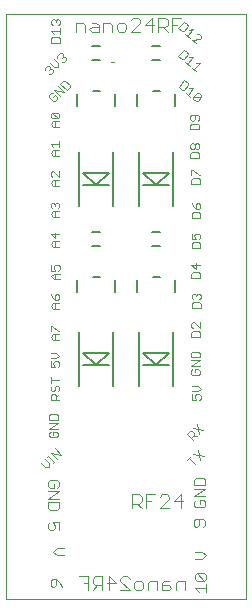
<source format=gto>
G75*
%MOIN*%
%OFA0B0*%
%FSLAX25Y25*%
%IPPOS*%
%LPD*%
%AMOC8*
5,1,8,0,0,1.08239X$1,22.5*
%
%ADD10C,0.00000*%
%ADD11C,0.00300*%
%ADD12C,0.00400*%
%ADD13R,0.01063X0.00024*%
%ADD14R,0.00969X0.00024*%
%ADD15R,0.00874X0.00024*%
%ADD16R,0.00780X0.00024*%
%ADD17R,0.00661X0.00024*%
%ADD18R,0.00543X0.00024*%
%ADD19R,0.00307X0.00024*%
%ADD20C,0.00600*%
D10*
X0005050Y0028010D02*
X0005050Y0223010D01*
X0085050Y0223010D01*
X0085050Y0028010D01*
X0005050Y0028010D01*
D11*
X0019617Y0051291D02*
X0019000Y0051908D01*
X0019000Y0053143D01*
X0019617Y0053760D01*
X0019617Y0051291D02*
X0020852Y0051291D01*
X0021469Y0051908D01*
X0021469Y0052525D01*
X0020852Y0053760D01*
X0022703Y0053760D01*
X0022703Y0051291D01*
X0021934Y0045160D02*
X0020700Y0043925D01*
X0021934Y0042691D01*
X0024403Y0042691D01*
X0024403Y0045160D02*
X0021934Y0045160D01*
X0021752Y0034760D02*
X0020517Y0034760D01*
X0019900Y0034143D01*
X0019900Y0032908D01*
X0020517Y0032291D01*
X0021134Y0032291D01*
X0021752Y0032908D01*
X0021752Y0034760D01*
X0022986Y0033525D01*
X0023603Y0032291D01*
X0022186Y0057925D02*
X0019717Y0057925D01*
X0019100Y0058542D01*
X0019100Y0060394D01*
X0022803Y0060394D01*
X0022803Y0058542D01*
X0022186Y0057925D01*
X0022803Y0061608D02*
X0019100Y0061608D01*
X0022803Y0064077D01*
X0019100Y0064077D01*
X0019717Y0065291D02*
X0020952Y0065291D01*
X0020952Y0066525D01*
X0022186Y0065291D02*
X0022803Y0065908D01*
X0022803Y0067143D01*
X0022186Y0067760D01*
X0019717Y0067760D01*
X0019100Y0067143D01*
X0019100Y0065908D01*
X0019717Y0065291D01*
X0019341Y0072098D02*
X0017973Y0072098D01*
X0016604Y0073467D01*
X0017973Y0074835D02*
X0019341Y0073467D01*
X0019341Y0072098D01*
X0020740Y0073498D02*
X0021424Y0074182D01*
X0021082Y0073840D02*
X0019030Y0075892D01*
X0018688Y0075550D02*
X0019372Y0076234D01*
X0020077Y0076939D02*
X0023497Y0076255D01*
X0021445Y0078307D01*
X0020077Y0076939D02*
X0022129Y0074887D01*
X0021816Y0081971D02*
X0019881Y0081971D01*
X0019398Y0082455D01*
X0019398Y0083422D01*
X0019881Y0083906D01*
X0019398Y0084917D02*
X0022300Y0086852D01*
X0019398Y0086852D01*
X0019398Y0087864D02*
X0019398Y0089315D01*
X0019881Y0089799D01*
X0021816Y0089799D01*
X0022300Y0089315D01*
X0022300Y0087864D01*
X0019398Y0087864D01*
X0019398Y0084917D02*
X0022300Y0084917D01*
X0021816Y0083906D02*
X0020849Y0083906D01*
X0020849Y0082938D01*
X0021816Y0081971D02*
X0022300Y0082455D01*
X0022300Y0083422D01*
X0021816Y0083906D01*
X0021833Y0094371D02*
X0021833Y0095822D01*
X0021349Y0096306D01*
X0020381Y0096306D01*
X0019898Y0095822D01*
X0019898Y0094371D01*
X0022800Y0094371D01*
X0021833Y0095338D02*
X0022800Y0096306D01*
X0022316Y0097317D02*
X0022800Y0097801D01*
X0022800Y0098769D01*
X0022316Y0099252D01*
X0021833Y0099252D01*
X0021349Y0098769D01*
X0021349Y0097801D01*
X0020865Y0097317D01*
X0020381Y0097317D01*
X0019898Y0097801D01*
X0019898Y0098769D01*
X0020381Y0099252D01*
X0019898Y0100264D02*
X0019898Y0102199D01*
X0019898Y0101231D02*
X0022800Y0101231D01*
X0022316Y0105371D02*
X0022800Y0105855D01*
X0022800Y0106822D01*
X0022316Y0107306D01*
X0021349Y0107306D01*
X0020865Y0106822D01*
X0020865Y0106338D01*
X0021349Y0105371D01*
X0019898Y0105371D01*
X0019898Y0107306D01*
X0019898Y0108317D02*
X0021833Y0108317D01*
X0022800Y0109285D01*
X0021833Y0110252D01*
X0019898Y0110252D01*
X0020865Y0114371D02*
X0019898Y0115338D01*
X0020865Y0116306D01*
X0022800Y0116306D01*
X0022800Y0117317D02*
X0022316Y0117317D01*
X0020381Y0119252D01*
X0019898Y0119252D01*
X0019898Y0117317D01*
X0021349Y0116306D02*
X0021349Y0114371D01*
X0020865Y0114371D02*
X0022800Y0114371D01*
X0022800Y0124871D02*
X0020865Y0124871D01*
X0019898Y0125838D01*
X0020865Y0126806D01*
X0022800Y0126806D01*
X0022316Y0127817D02*
X0022800Y0128301D01*
X0022800Y0129269D01*
X0022316Y0129752D01*
X0021833Y0129752D01*
X0021349Y0129269D01*
X0021349Y0127817D01*
X0022316Y0127817D01*
X0021349Y0127817D02*
X0020381Y0128785D01*
X0019898Y0129752D01*
X0021349Y0126806D02*
X0021349Y0124871D01*
X0021449Y0134671D02*
X0021449Y0136606D01*
X0020965Y0136606D02*
X0022900Y0136606D01*
X0022416Y0137617D02*
X0022900Y0138101D01*
X0022900Y0139069D01*
X0022416Y0139552D01*
X0021449Y0139552D01*
X0020965Y0139069D01*
X0020965Y0138585D01*
X0021449Y0137617D01*
X0019998Y0137617D01*
X0019998Y0139552D01*
X0020965Y0136606D02*
X0019998Y0135638D01*
X0020965Y0134671D01*
X0022900Y0134671D01*
X0022800Y0145371D02*
X0020865Y0145371D01*
X0019898Y0146338D01*
X0020865Y0147306D01*
X0022800Y0147306D01*
X0022800Y0149769D02*
X0019898Y0149769D01*
X0021349Y0148317D01*
X0021349Y0150252D01*
X0021349Y0147306D02*
X0021349Y0145371D01*
X0021349Y0155371D02*
X0021349Y0157306D01*
X0020865Y0157306D02*
X0022800Y0157306D01*
X0022316Y0158317D02*
X0022800Y0158801D01*
X0022800Y0159769D01*
X0022316Y0160252D01*
X0021833Y0160252D01*
X0021349Y0159769D01*
X0021349Y0159285D01*
X0021349Y0159769D02*
X0020865Y0160252D01*
X0020381Y0160252D01*
X0019898Y0159769D01*
X0019898Y0158801D01*
X0020381Y0158317D01*
X0020865Y0157306D02*
X0019898Y0156338D01*
X0020865Y0155371D01*
X0022800Y0155371D01*
X0022800Y0165871D02*
X0020865Y0165871D01*
X0019898Y0166838D01*
X0020865Y0167806D01*
X0022800Y0167806D01*
X0022800Y0168817D02*
X0020865Y0170752D01*
X0020381Y0170752D01*
X0019898Y0170269D01*
X0019898Y0169301D01*
X0020381Y0168817D01*
X0021349Y0167806D02*
X0021349Y0165871D01*
X0022800Y0168817D02*
X0022800Y0170752D01*
X0022800Y0175871D02*
X0020865Y0175871D01*
X0019898Y0176838D01*
X0020865Y0177806D01*
X0022800Y0177806D01*
X0022800Y0178817D02*
X0022800Y0180752D01*
X0022800Y0179785D02*
X0019898Y0179785D01*
X0020865Y0178817D01*
X0021349Y0177806D02*
X0021349Y0175871D01*
X0021349Y0185371D02*
X0021349Y0187306D01*
X0020865Y0187306D02*
X0022800Y0187306D01*
X0022316Y0188317D02*
X0022800Y0188801D01*
X0022800Y0189769D01*
X0022316Y0190252D01*
X0020381Y0190252D01*
X0022316Y0188317D01*
X0020381Y0188317D01*
X0019898Y0188801D01*
X0019898Y0189769D01*
X0020381Y0190252D01*
X0020865Y0187306D02*
X0019898Y0186338D01*
X0020865Y0185371D01*
X0022800Y0185371D01*
X0021392Y0193975D02*
X0020708Y0193975D01*
X0019340Y0195343D01*
X0019340Y0196027D01*
X0020024Y0196712D01*
X0020708Y0196712D01*
X0021392Y0196027D02*
X0020708Y0195343D01*
X0021392Y0196027D02*
X0022076Y0195343D01*
X0022076Y0194659D01*
X0021392Y0193975D01*
X0023134Y0195716D02*
X0021081Y0197769D01*
X0024502Y0197085D01*
X0022449Y0199137D01*
X0023165Y0199852D02*
X0024191Y0200879D01*
X0024875Y0200879D01*
X0026243Y0199510D01*
X0026243Y0198826D01*
X0025217Y0197800D01*
X0023165Y0199852D01*
X0020092Y0203075D02*
X0019408Y0203075D01*
X0020092Y0203075D02*
X0020776Y0203759D01*
X0020776Y0204443D01*
X0020434Y0204785D01*
X0019750Y0204785D01*
X0019408Y0204443D01*
X0019750Y0204785D02*
X0019750Y0205469D01*
X0019408Y0205812D01*
X0018724Y0205812D01*
X0018040Y0205127D01*
X0018040Y0204443D01*
X0019781Y0206869D02*
X0021149Y0205501D01*
X0022518Y0205501D01*
X0022518Y0206869D01*
X0021149Y0208237D01*
X0022207Y0208610D02*
X0022207Y0209294D01*
X0022891Y0209979D01*
X0023575Y0209979D01*
X0023917Y0209636D01*
X0023917Y0208952D01*
X0024601Y0208952D01*
X0024943Y0208610D01*
X0024943Y0207926D01*
X0024259Y0207242D01*
X0023575Y0207242D01*
X0023575Y0208610D02*
X0023917Y0208952D01*
X0023000Y0213571D02*
X0023000Y0215022D01*
X0022516Y0215506D01*
X0020581Y0215506D01*
X0020098Y0215022D01*
X0020098Y0213571D01*
X0023000Y0213571D01*
X0023000Y0216517D02*
X0023000Y0218452D01*
X0023000Y0217485D02*
X0020098Y0217485D01*
X0021065Y0216517D01*
X0020581Y0219464D02*
X0020098Y0219948D01*
X0020098Y0220915D01*
X0020581Y0221399D01*
X0021065Y0221399D01*
X0021549Y0220915D01*
X0022033Y0221399D01*
X0022516Y0221399D01*
X0023000Y0220915D01*
X0023000Y0219948D01*
X0022516Y0219464D01*
X0021549Y0220431D02*
X0021549Y0220915D01*
X0062533Y0218370D02*
X0063645Y0217437D01*
X0064326Y0217497D01*
X0065570Y0218979D01*
X0065510Y0219661D01*
X0064399Y0220593D01*
X0062533Y0218370D01*
X0064790Y0216476D02*
X0066272Y0215232D01*
X0065531Y0215854D02*
X0067397Y0218077D01*
X0066034Y0217958D01*
X0067047Y0214582D02*
X0069773Y0214820D01*
X0070084Y0215191D01*
X0070025Y0215873D01*
X0069283Y0216494D01*
X0068602Y0216435D01*
X0067047Y0214582D02*
X0068529Y0213338D01*
X0067397Y0208777D02*
X0065531Y0206554D01*
X0064790Y0207176D02*
X0066272Y0205932D01*
X0067047Y0205282D02*
X0068529Y0204038D01*
X0067788Y0204660D02*
X0069654Y0206883D01*
X0068291Y0206764D01*
X0067397Y0208777D02*
X0066034Y0208658D01*
X0065570Y0209679D02*
X0065510Y0210361D01*
X0064399Y0211293D01*
X0062533Y0209070D01*
X0063645Y0208137D01*
X0064326Y0208197D01*
X0065570Y0209679D01*
X0064499Y0200993D02*
X0065610Y0200061D01*
X0065670Y0199379D01*
X0064426Y0197897D01*
X0063745Y0197837D01*
X0062633Y0198770D01*
X0064499Y0200993D01*
X0066134Y0198358D02*
X0067497Y0198477D01*
X0065631Y0196254D01*
X0064890Y0196876D02*
X0066372Y0195632D01*
X0067458Y0195353D02*
X0070184Y0195591D01*
X0068940Y0194109D01*
X0068259Y0194049D01*
X0067518Y0194671D01*
X0067458Y0195353D01*
X0068702Y0196835D01*
X0069383Y0196894D01*
X0070125Y0196273D01*
X0070184Y0195591D01*
X0068916Y0189552D02*
X0066981Y0189552D01*
X0066498Y0189069D01*
X0066498Y0188101D01*
X0066981Y0187617D01*
X0067465Y0187617D01*
X0067949Y0188101D01*
X0067949Y0189552D01*
X0068916Y0189552D02*
X0069400Y0189069D01*
X0069400Y0188101D01*
X0068916Y0187617D01*
X0068916Y0186606D02*
X0066981Y0186606D01*
X0066498Y0186122D01*
X0066498Y0184671D01*
X0069400Y0184671D01*
X0069400Y0186122D01*
X0068916Y0186606D01*
X0068916Y0180052D02*
X0068433Y0180052D01*
X0067949Y0179569D01*
X0067949Y0178601D01*
X0067465Y0178117D01*
X0066981Y0178117D01*
X0066498Y0178601D01*
X0066498Y0179569D01*
X0066981Y0180052D01*
X0067465Y0180052D01*
X0067949Y0179569D01*
X0067949Y0178601D02*
X0068433Y0178117D01*
X0068916Y0178117D01*
X0069400Y0178601D01*
X0069400Y0179569D01*
X0068916Y0180052D01*
X0068916Y0177106D02*
X0066981Y0177106D01*
X0066498Y0176622D01*
X0066498Y0175171D01*
X0069400Y0175171D01*
X0069400Y0176622D01*
X0068916Y0177106D01*
X0067281Y0171252D02*
X0069216Y0169317D01*
X0069700Y0169317D01*
X0069216Y0168306D02*
X0067281Y0168306D01*
X0066798Y0167822D01*
X0066798Y0166371D01*
X0069700Y0166371D01*
X0069700Y0167822D01*
X0069216Y0168306D01*
X0067281Y0171252D02*
X0066798Y0171252D01*
X0066798Y0169317D01*
X0066898Y0160052D02*
X0067381Y0159085D01*
X0068349Y0158117D01*
X0068349Y0159569D01*
X0068833Y0160052D01*
X0069316Y0160052D01*
X0069800Y0159569D01*
X0069800Y0158601D01*
X0069316Y0158117D01*
X0068349Y0158117D01*
X0069316Y0157106D02*
X0067381Y0157106D01*
X0066898Y0156622D01*
X0066898Y0155171D01*
X0069800Y0155171D01*
X0069800Y0156622D01*
X0069316Y0157106D01*
X0069316Y0149952D02*
X0068349Y0149952D01*
X0067865Y0149469D01*
X0067865Y0148985D01*
X0068349Y0148017D01*
X0066898Y0148017D01*
X0066898Y0149952D01*
X0067381Y0147006D02*
X0066898Y0146522D01*
X0066898Y0145071D01*
X0069800Y0145071D01*
X0069800Y0146522D01*
X0069316Y0147006D01*
X0067381Y0147006D01*
X0069316Y0148017D02*
X0069800Y0148501D01*
X0069800Y0149469D01*
X0069316Y0149952D01*
X0068249Y0140052D02*
X0068249Y0138117D01*
X0066798Y0139569D01*
X0069700Y0139569D01*
X0069216Y0137106D02*
X0067281Y0137106D01*
X0066798Y0136622D01*
X0066798Y0135171D01*
X0069700Y0135171D01*
X0069700Y0136622D01*
X0069216Y0137106D01*
X0069416Y0129952D02*
X0069900Y0129469D01*
X0069900Y0128501D01*
X0069416Y0128017D01*
X0069416Y0127006D02*
X0067481Y0127006D01*
X0066998Y0126522D01*
X0066998Y0125071D01*
X0069900Y0125071D01*
X0069900Y0126522D01*
X0069416Y0127006D01*
X0068449Y0128985D02*
X0068449Y0129469D01*
X0068933Y0129952D01*
X0069416Y0129952D01*
X0068449Y0129469D02*
X0067965Y0129952D01*
X0067481Y0129952D01*
X0066998Y0129469D01*
X0066998Y0128501D01*
X0067481Y0128017D01*
X0067281Y0120352D02*
X0066798Y0119869D01*
X0066798Y0118901D01*
X0067281Y0118417D01*
X0067281Y0117406D02*
X0066798Y0116922D01*
X0066798Y0115471D01*
X0069700Y0115471D01*
X0069700Y0116922D01*
X0069216Y0117406D01*
X0067281Y0117406D01*
X0069700Y0118417D02*
X0067765Y0120352D01*
X0067281Y0120352D01*
X0069700Y0120352D02*
X0069700Y0118417D01*
X0069116Y0110599D02*
X0067181Y0110599D01*
X0066698Y0110115D01*
X0066698Y0108664D01*
X0069600Y0108664D01*
X0069600Y0110115D01*
X0069116Y0110599D01*
X0069600Y0107652D02*
X0066698Y0107652D01*
X0066698Y0105717D02*
X0069600Y0107652D01*
X0069600Y0105717D02*
X0066698Y0105717D01*
X0067181Y0104706D02*
X0066698Y0104222D01*
X0066698Y0103255D01*
X0067181Y0102771D01*
X0069116Y0102771D01*
X0069600Y0103255D01*
X0069600Y0104222D01*
X0069116Y0104706D01*
X0068149Y0104706D01*
X0068149Y0103738D01*
X0068933Y0099252D02*
X0066998Y0099252D01*
X0066998Y0097317D02*
X0068933Y0097317D01*
X0069900Y0098285D01*
X0068933Y0099252D01*
X0068449Y0096306D02*
X0069416Y0096306D01*
X0069900Y0095822D01*
X0069900Y0094855D01*
X0069416Y0094371D01*
X0068449Y0094371D02*
X0067965Y0095338D01*
X0067965Y0095822D01*
X0068449Y0096306D01*
X0068449Y0094371D02*
X0066998Y0094371D01*
X0066998Y0096306D01*
X0068712Y0086574D02*
X0069396Y0083154D01*
X0068681Y0082438D02*
X0067313Y0082438D01*
X0067655Y0082781D02*
X0066629Y0081754D01*
X0067313Y0081070D02*
X0065260Y0083123D01*
X0066287Y0084149D01*
X0066971Y0084149D01*
X0067655Y0083465D01*
X0067655Y0082781D01*
X0067344Y0085206D02*
X0070764Y0084522D01*
X0068912Y0077874D02*
X0069596Y0074454D01*
X0068197Y0073054D02*
X0066144Y0075107D01*
X0065460Y0074423D02*
X0066829Y0075791D01*
X0067544Y0076506D02*
X0070964Y0075822D01*
X0070883Y0068495D02*
X0068414Y0068495D01*
X0067797Y0067878D01*
X0067797Y0066026D01*
X0071500Y0066026D01*
X0071500Y0067878D01*
X0070883Y0068495D01*
X0071500Y0064812D02*
X0067797Y0064812D01*
X0067797Y0062343D02*
X0071500Y0064812D01*
X0071500Y0062343D02*
X0067797Y0062343D01*
X0068414Y0061129D02*
X0067797Y0060511D01*
X0067797Y0059277D01*
X0068414Y0058660D01*
X0070883Y0058660D01*
X0071500Y0059277D01*
X0071500Y0060511D01*
X0070883Y0061129D01*
X0069648Y0061129D01*
X0069648Y0059894D01*
X0069448Y0054729D02*
X0069448Y0052877D01*
X0068831Y0052260D01*
X0068214Y0052260D01*
X0067597Y0052877D01*
X0067597Y0054111D01*
X0068214Y0054729D01*
X0070683Y0054729D01*
X0071300Y0054111D01*
X0071300Y0052877D01*
X0070683Y0052260D01*
X0070466Y0043929D02*
X0067997Y0043929D01*
X0067997Y0041460D02*
X0070466Y0041460D01*
X0071700Y0042694D01*
X0070466Y0043929D01*
X0071183Y0036712D02*
X0068714Y0036712D01*
X0071183Y0034243D01*
X0071800Y0034860D01*
X0071800Y0036095D01*
X0071183Y0036712D01*
X0071183Y0034243D02*
X0068714Y0034243D01*
X0068097Y0034860D01*
X0068097Y0036095D01*
X0068714Y0036712D01*
X0068097Y0031794D02*
X0071800Y0031794D01*
X0071800Y0030560D02*
X0071800Y0033029D01*
X0069331Y0030560D02*
X0068097Y0031794D01*
D12*
X0064650Y0031110D02*
X0064650Y0034179D01*
X0062348Y0034179D01*
X0061581Y0033412D01*
X0061581Y0031110D01*
X0060046Y0031877D02*
X0059279Y0032644D01*
X0056977Y0032644D01*
X0056977Y0033412D02*
X0056977Y0031110D01*
X0059279Y0031110D01*
X0060046Y0031877D01*
X0059279Y0034179D02*
X0057744Y0034179D01*
X0056977Y0033412D01*
X0055442Y0034179D02*
X0055442Y0031110D01*
X0055442Y0034179D02*
X0053140Y0034179D01*
X0052373Y0033412D01*
X0052373Y0031110D01*
X0050838Y0031877D02*
X0050838Y0033412D01*
X0050071Y0034179D01*
X0048536Y0034179D01*
X0047769Y0033412D01*
X0047769Y0031877D01*
X0048536Y0031110D01*
X0050071Y0031110D01*
X0050838Y0031877D01*
X0046234Y0031110D02*
X0043165Y0034179D01*
X0043165Y0034946D01*
X0043932Y0035714D01*
X0045467Y0035714D01*
X0046234Y0034946D01*
X0046234Y0031110D02*
X0043165Y0031110D01*
X0041630Y0033412D02*
X0038561Y0033412D01*
X0039328Y0031110D02*
X0039328Y0035714D01*
X0041630Y0033412D01*
X0037026Y0032644D02*
X0034724Y0032644D01*
X0033957Y0033412D01*
X0033957Y0034946D01*
X0034724Y0035714D01*
X0037026Y0035714D01*
X0037026Y0031110D01*
X0035492Y0032644D02*
X0033957Y0031110D01*
X0032423Y0031110D02*
X0032423Y0035714D01*
X0029353Y0035714D01*
X0030888Y0033412D02*
X0032423Y0033412D01*
X0047156Y0058379D02*
X0047156Y0062983D01*
X0049457Y0062983D01*
X0050225Y0062216D01*
X0050225Y0060681D01*
X0049457Y0059914D01*
X0047156Y0059914D01*
X0048690Y0059914D02*
X0050225Y0058379D01*
X0051759Y0058379D02*
X0051759Y0062983D01*
X0054829Y0062983D01*
X0056363Y0062216D02*
X0057131Y0062983D01*
X0058665Y0062983D01*
X0059433Y0062216D01*
X0059433Y0061448D01*
X0056363Y0058379D01*
X0059433Y0058379D01*
X0060967Y0060681D02*
X0064037Y0060681D01*
X0063269Y0058379D02*
X0063269Y0062983D01*
X0060967Y0060681D01*
X0053294Y0060681D02*
X0051759Y0060681D01*
X0053572Y0217210D02*
X0053572Y0221814D01*
X0051270Y0219512D01*
X0054339Y0219512D01*
X0055874Y0218744D02*
X0058176Y0218744D01*
X0058943Y0219512D01*
X0058943Y0221046D01*
X0058176Y0221814D01*
X0055874Y0221814D01*
X0055874Y0217210D01*
X0057408Y0218744D02*
X0058943Y0217210D01*
X0060477Y0217210D02*
X0060477Y0221814D01*
X0063547Y0221814D01*
X0062012Y0219512D02*
X0060477Y0219512D01*
X0049735Y0220279D02*
X0049735Y0221046D01*
X0048968Y0221814D01*
X0047433Y0221814D01*
X0046666Y0221046D01*
X0045131Y0219512D02*
X0045131Y0217977D01*
X0044364Y0217210D01*
X0042829Y0217210D01*
X0042062Y0217977D01*
X0042062Y0219512D01*
X0042829Y0220279D01*
X0044364Y0220279D01*
X0045131Y0219512D01*
X0046666Y0217210D02*
X0049735Y0220279D01*
X0049735Y0217210D02*
X0046666Y0217210D01*
X0040527Y0217210D02*
X0040527Y0219512D01*
X0039760Y0220279D01*
X0037458Y0220279D01*
X0037458Y0217210D01*
X0035923Y0217210D02*
X0033621Y0217210D01*
X0032854Y0217977D01*
X0033621Y0218744D01*
X0035923Y0218744D01*
X0035923Y0219512D02*
X0035923Y0217210D01*
X0035923Y0219512D02*
X0035156Y0220279D01*
X0033621Y0220279D01*
X0031319Y0219512D02*
X0031319Y0217210D01*
X0031319Y0219512D02*
X0030552Y0220279D01*
X0028250Y0220279D01*
X0028250Y0217210D01*
D13*
X0040651Y0206791D03*
D14*
X0040674Y0206815D03*
D15*
X0040674Y0206838D03*
D16*
X0040674Y0206862D03*
D17*
X0040663Y0206885D03*
D18*
X0040651Y0206909D03*
D19*
X0040627Y0206933D03*
D20*
X0036268Y0197610D02*
X0033887Y0197610D01*
X0033869Y0207648D02*
X0036231Y0207648D01*
X0036231Y0212372D02*
X0033869Y0212372D01*
X0028859Y0196578D02*
X0028859Y0192410D01*
X0029302Y0177006D02*
X0029302Y0159014D01*
X0030874Y0166041D02*
X0035050Y0166041D01*
X0030874Y0170217D01*
X0039226Y0170217D01*
X0035050Y0166041D01*
X0039226Y0166041D01*
X0040798Y0159014D02*
X0040798Y0177006D01*
X0041241Y0192410D02*
X0041241Y0196578D01*
X0048859Y0196578D02*
X0048859Y0192410D01*
X0053887Y0197610D02*
X0056268Y0197610D01*
X0061241Y0196578D02*
X0061241Y0192410D01*
X0060798Y0177006D02*
X0060798Y0159014D01*
X0059226Y0166041D02*
X0055050Y0166041D01*
X0050874Y0170217D01*
X0059226Y0170217D01*
X0055050Y0166041D01*
X0050874Y0166041D01*
X0049302Y0159014D02*
X0049302Y0177006D01*
X0053869Y0150372D02*
X0056231Y0150372D01*
X0056231Y0145648D02*
X0053869Y0145648D01*
X0053887Y0135610D02*
X0056268Y0135610D01*
X0061241Y0134578D02*
X0061241Y0130410D01*
X0060798Y0117006D02*
X0060798Y0099014D01*
X0059226Y0106041D02*
X0055050Y0106041D01*
X0050874Y0110217D01*
X0059226Y0110217D01*
X0055050Y0106041D01*
X0050874Y0106041D01*
X0049302Y0099014D02*
X0049302Y0117006D01*
X0048859Y0130410D02*
X0048859Y0134578D01*
X0041241Y0134578D02*
X0041241Y0130410D01*
X0036268Y0135610D02*
X0033887Y0135610D01*
X0033869Y0145648D02*
X0036231Y0145648D01*
X0036231Y0150372D02*
X0033869Y0150372D01*
X0028859Y0134578D02*
X0028859Y0130410D01*
X0029302Y0117006D02*
X0029302Y0099014D01*
X0030874Y0106041D02*
X0035050Y0106041D01*
X0030874Y0110217D01*
X0039226Y0110217D01*
X0035050Y0106041D01*
X0039226Y0106041D01*
X0040798Y0099014D02*
X0040798Y0117006D01*
X0053869Y0207648D02*
X0056231Y0207648D01*
X0056231Y0212372D02*
X0053869Y0212372D01*
M02*

</source>
